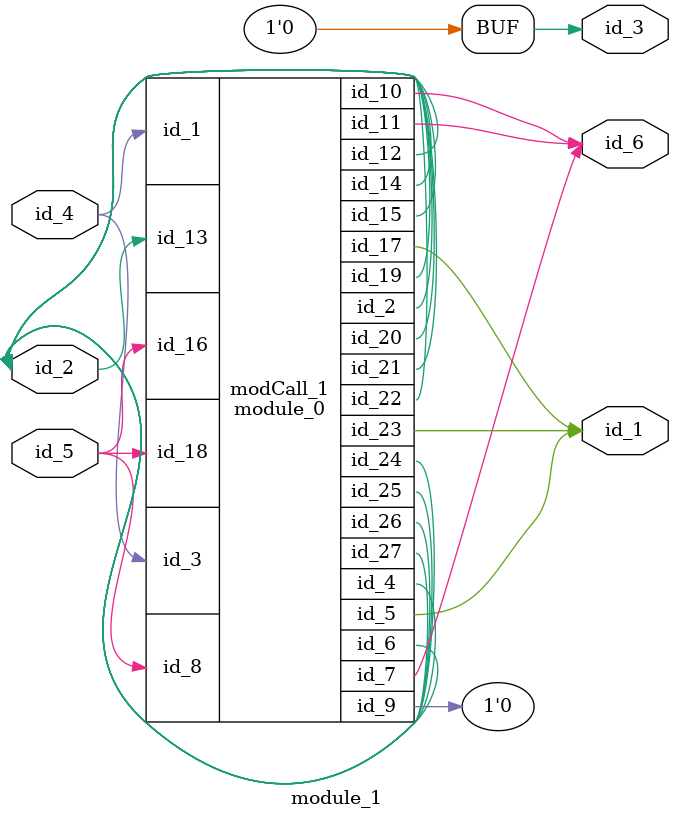
<source format=v>
module module_0 (
    id_1,
    id_2,
    id_3,
    id_4,
    id_5,
    id_6,
    id_7,
    id_8,
    id_9,
    id_10,
    id_11,
    id_12,
    id_13,
    id_14,
    id_15,
    id_16,
    id_17,
    id_18,
    id_19,
    id_20,
    id_21,
    id_22,
    id_23,
    id_24,
    id_25,
    id_26,
    id_27
);
  inout wire id_27;
  inout wire id_26;
  output wire id_25;
  inout wire id_24;
  output wire id_23;
  inout wire id_22;
  inout wire id_21;
  inout wire id_20;
  inout wire id_19;
  input wire id_18;
  output wire id_17;
  input wire id_16;
  inout wire id_15;
  inout wire id_14;
  input wire id_13;
  inout wire id_12;
  output wire id_11;
  output wire id_10;
  output wire id_9;
  input wire id_8;
  output wire id_7;
  inout wire id_6;
  output wire id_5;
  inout wire id_4;
  input wire id_3;
  inout wire id_2;
  input wire id_1;
  assign module_1.id_3 = 0;
endmodule
module module_1 (
    id_1,
    id_2,
    id_3,
    id_4,
    id_5,
    id_6
);
  output wire id_6;
  input wire id_5;
  input wire id_4;
  output wire id_3;
  inout wire id_2;
  output wire id_1;
  assign id_3 = -1'h0;
  module_0 modCall_1 (
      id_4,
      id_2,
      id_4,
      id_2,
      id_1,
      id_2,
      id_6,
      id_5,
      id_3,
      id_6,
      id_6,
      id_2,
      id_2,
      id_2,
      id_2,
      id_5,
      id_1,
      id_5,
      id_2,
      id_2,
      id_2,
      id_2,
      id_1,
      id_2,
      id_2,
      id_2,
      id_2
  );
endmodule

</source>
